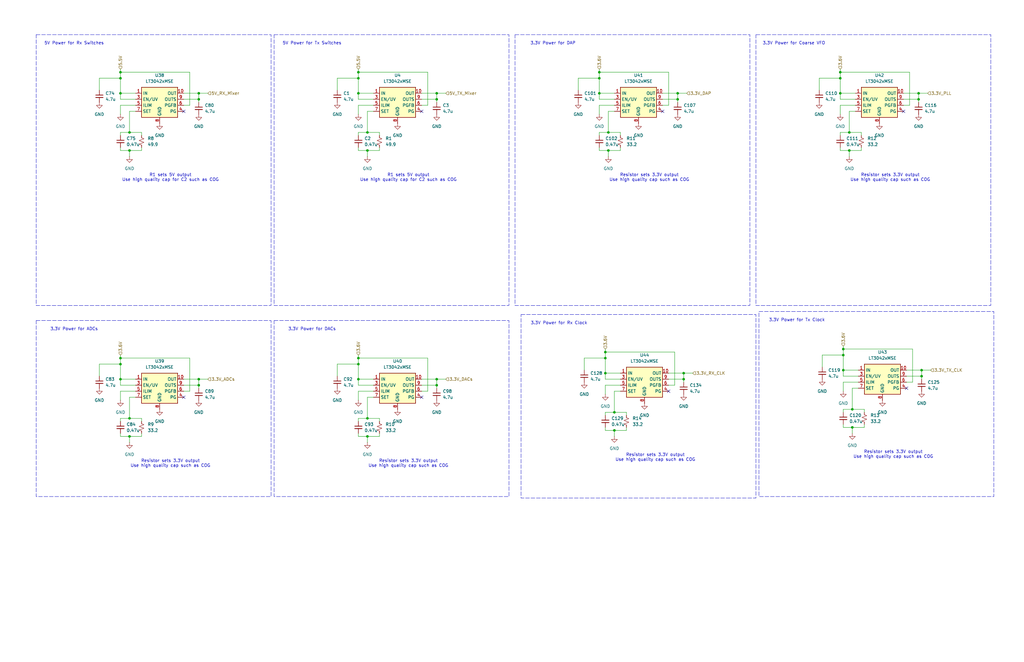
<source format=kicad_sch>
(kicad_sch (version 20250114) (generator "eeschema") (generator_version "9.0")
  (paper "B")
  (title_block (title "Power Management") (date "2026-01-02") (rev "0.0") (company "Andy McCann KA3KAG and Doug McCann KA3KAG"))
  (lib_symbols
    (symbol "Device:C_Small" (pin_numbers (hide yes)) (pin_names (offset 0.254) (hide yes))
      (property "Reference" "C" (at 0.254 1.778 0))
      (property "Value" "C_Small" (at 0.254 -2.032 0))
      (symbol "C_Small_0_1"
        (polyline (pts (xy -1.524 0.508) (xy 1.524 0.508)) (stroke (width 0.3048)))
        (polyline (pts (xy -1.524 -0.508) (xy 1.524 -0.508)) (stroke (width 0.3302)))
      )
      (symbol "C_Small_1_1"
        (pin passive line (at 0 2.54 270) (length 2.032) (name "~") (number "1"))
        (pin passive line (at 0 -2.54 90) (length 2.032) (name "~") (number "2"))
      )
    )
    (symbol "Device:R_Small_US" (pin_numbers (hide yes)) (pin_names (offset 0.254) (hide yes))
      (property "Reference" "R" (at 0.762 0.508 0))
      (property "Value" "R_Small_US" (at 0.762 -1.016 0))
      (symbol "R_Small_US_1_1"
        (polyline (pts (xy 0 1.524) (xy 1.016 1.143) (xy 0 0.762) (xy -1.016 0.381) (xy 0 0)))
        (polyline (pts (xy 0 0) (xy 1.016 -0.381) (xy 0 -0.762) (xy -1.016 -1.143) (xy 0 -1.524)))
        (pin passive line (at 0 2.54 270) (length 1.016) (name "~") (number "1"))
        (pin passive line (at 0 -2.54 90) (length 1.016) (name "~") (number "2"))
      )
    )
    (symbol "Regulator_Linear:LT3042xMSE"
      (property "Reference" "U" (at -6.35 6.35 0))
      (property "Value" "LT3042xMSE" (at 1.27 6.35 0))
      (symbol "LT3042xMSE_0_1"
        (rectangle (start -7.62 5.08) (end 7.62 -7.62) (stroke (width 0.254)) (fill (type background)))
      )
      (symbol "LT3042xMSE_1_1"
        (pin power_in line (at -10.16 2.54 0) (length 2.54) (name "IN") (number "1"))
        (pin passive line (at -10.16 2.54 0) (length 2.54) (hide yes) (name "IN") (number "2"))
        (pin input line (at -10.16 0 0) (length 2.54) (name "EN/UV") (number "3"))
        (pin passive line (at -10.16 -2.54 0) (length 2.54) (name "ILIM") (number "5"))
        (pin passive line (at -10.16 -5.08 0) (length 2.54) (name "SET") (number "7"))
        (pin passive line (at 0 -10.16 90) (length 2.54) (hide yes) (name "GND") (number "11"))
        (pin power_in line (at 0 -10.16 90) (length 2.54) (name "GND") (number "8"))
        (pin power_out line (at 10.16 2.54 180) (length 2.54) (name "OUT") (number "10"))
        (pin input line (at 10.16 0 180) (length 2.54) (name "OUTS") (number "9"))
        (pin input line (at 10.16 -2.54 180) (length 2.54) (name "PGFB") (number "6"))
        (pin open_collector line (at 10.16 -5.08 180) (length 2.54) (name "PG") (number "4"))
      )
    )
    (symbol "power:GND" (power) (pin_numbers (hide yes)) (pin_names (offset 0) (hide yes))
      (property "Value" "GND" (at 0 -3.81 0))
      (symbol "GND_0_1"
        (polyline (pts (xy 0 0) (xy 0 -1.27) (xy 1.27 -1.27) (xy 0 -2.54) (xy -1.27 -1.27) (xy 0 -1.27)))
      )
      (symbol "GND_1_1"
        (pin power_in line (at 0 0 270) (length 0) (name "~") (number "1"))
      )
    )
  )
  (rectangle (start 15.24 135.255) (end 114.3 209.55) (stroke (width 0) (type dash)))
  (rectangle (start 318.77 14.605) (end 417.83 128.905) (stroke (width 0) (type dash)))
  (rectangle (start 320.04 131.445) (end 419.1 209.55) (stroke (width 0) (type dash)))
  (rectangle (start 217.17 14.605) (end 316.23 128.905) (stroke (width 0) (type dash)))
  (rectangle (start 115.57 14.605) (end 214.63 128.905) (stroke (width 0) (type dash)))
  (rectangle (start 15.24 14.605) (end 114.3 128.905) (stroke (width 0) (type dash)))
  (rectangle (start 115.57 135.255) (end 214.63 209.55) (stroke (width 0) (type dash)))
  (rectangle (start 219.71 132.715) (end 318.77 210.185) (stroke (width 0) (type dash)))
  (text "3.3V Power for ADCs" (at 31.242 138.938 0) (effects (font (size 1.27 1.27))))
  (text "3.3V Power for DAP" (at 233.172 18.288 0) (effects (font (size 1.27 1.27))))
  (text "Resistor sets 3.3V output\nUse high quality cap such as COG" (at 375.412 74.93 0) (effects (font (size 1.27 1.27))))
  (text "5V Power for Tx Switches" (at 131.572 18.288 0) (effects (font (size 1.27 1.27))))
  (text "Resistor sets 3.3V output\nUse high quality cap such as COG" (at 276.352 193.04 0) (effects (font (size 1.27 1.27))))
  (text "R1 sets 5V output\nUse high quality cap for C2 such as COG" (at 172.212 74.93 0) (effects (font (size 1.27 1.27))))
  (text "Resistor sets 3.3V output\nUse high quality cap such as COG" (at 376.682 191.77 0) (effects (font (size 1.27 1.27))))
  (text "3.3V Power for Rx Clock" (at 235.712 136.398 0) (effects (font (size 1.27 1.27))))
  (text "3.3V Power for Tx Clock" (at 336.042 135.128 0) (effects (font (size 1.27 1.27))))
  (text "3.3V Power for Coarse VFO" (at 334.772 18.288 0) (effects (font (size 1.27 1.27))))
  (text "Resistor sets 3.3V output\nUse high quality cap such as COG" (at 273.812 74.93 0) (effects (font (size 1.27 1.27))))
  (text "5V Power for Rx Switches" (at 31.242 18.288 0) (effects (font (size 1.27 1.27))))
  (text "R1 sets 5V output\nUse high quality cap for C2 such as COG" (at 71.882 74.93 0) (effects (font (size 1.27 1.27))))
  (text "Resistor sets 3.3V output\nUse high quality cap such as COG" (at 172.212 195.58 0) (effects (font (size 1.27 1.27))))
  (text "Resistor sets 3.3V output\nUse high quality cap such as COG" (at 71.882 195.58 0) (effects (font (size 1.27 1.27))))
  (text "3.3V Power for DACs" (at 131.572 138.938 0) (effects (font (size 1.27 1.27))))
  (junction (at 387.35 39.37))
  (junction (at 151.13 30.48))
  (junction (at 54.61 63.5))
  (junction (at 255.27 157.48))
  (junction (at 50.8 160.02))
  (junction (at 259.08 181.61))
  (junction (at 388.62 156.21))
  (junction (at 354.33 39.37))
  (junction (at 83.82 162.56))
  (junction (at 359.41 172.72))
  (junction (at 50.8 153.67))
  (junction (at 355.6 149.86))
  (junction (at 184.15 160.02))
  (junction (at 355.6 156.21))
  (junction (at 83.82 41.91))
  (junction (at 354.33 30.48))
  (junction (at 255.27 151.13))
  (junction (at 184.15 41.91))
  (junction (at 154.94 184.15))
  (junction (at 83.82 160.02))
  (junction (at 288.29 157.48))
  (junction (at 151.13 33.02))
  (junction (at 184.15 39.37))
  (junction (at 252.73 33.02))
  (junction (at 83.82 39.37))
  (junction (at 184.15 162.56))
  (junction (at 388.62 158.75))
  (junction (at 355.6 147.32))
  (junction (at 288.29 160.02))
  (junction (at 50.8 33.02))
  (junction (at 285.75 39.37))
  (junction (at 154.94 63.5))
  (junction (at 358.14 63.5))
  (junction (at 50.8 151.13))
  (junction (at 255.27 148.59))
  (junction (at 259.08 173.99))
  (junction (at 54.61 184.15))
  (junction (at 354.33 33.02))
  (junction (at 154.94 55.88))
  (junction (at 252.73 30.48))
  (junction (at 54.61 55.88))
  (junction (at 154.94 176.53))
  (junction (at 358.14 55.88))
  (junction (at 50.8 30.48))
  (junction (at 151.13 151.13))
  (junction (at 151.13 160.02))
  (junction (at 285.75 41.91))
  (junction (at 151.13 153.67))
  (junction (at 151.13 39.37))
  (junction (at 256.54 55.88))
  (junction (at 50.8 39.37))
  (junction (at 54.61 176.53))
  (junction (at 359.41 180.34))
  (junction (at 256.54 63.5))
  (junction (at 252.73 39.37))
  (junction (at 387.35 41.91))
  (no_connect (at 382.27 163.83))
  (no_connect (at 177.8 167.64))
  (no_connect (at 77.47 46.99))
  (no_connect (at 279.4 46.99))
  (no_connect (at 381 46.99))
  (no_connect (at 177.8 46.99))
  (no_connect (at 281.94 165.1))
  (no_connect (at 77.47 167.64))
  (wire (pts (xy 57.15 44.45) (xy 50.8 44.45)))
  (wire (pts (xy 346.71 154.94) (xy 346.71 149.86)))
  (wire (pts (xy 252.73 41.91) (xy 252.73 39.37)))
  (wire (pts (xy 261.62 162.56) (xy 255.27 162.56)))
  (wire (pts (xy 54.61 63.5) (xy 54.61 66.04)))
  (wire (pts (xy 361.95 158.75) (xy 355.6 158.75)))
  (wire (pts (xy 157.48 41.91) (xy 151.13 41.91)))
  (wire (pts (xy 261.62 55.88) (xy 261.62 57.15)))
  (wire (pts (xy 261.62 62.23) (xy 261.62 63.5)))
  (wire (pts (xy 151.13 153.67) (xy 151.13 160.02)))
  (wire (pts (xy 151.13 177.8) (xy 151.13 176.53)))
  (wire (pts (xy 50.8 149.86) (xy 50.8 151.13)))
  (wire (pts (xy 151.13 57.15) (xy 151.13 55.88)))
  (wire (pts (xy 151.13 30.48) (xy 151.13 33.02)))
  (wire (pts (xy 255.27 148.59) (xy 284.48 148.59)))
  (wire (pts (xy 50.8 57.15) (xy 50.8 55.88)))
  (wire (pts (xy 142.24 158.75) (xy 142.24 153.67)))
  (wire (pts (xy 387.35 41.91) (xy 387.35 43.18)))
  (wire (pts (xy 388.62 156.21) (xy 392.43 156.21)))
  (wire (pts (xy 259.08 44.45) (xy 252.73 44.45)))
  (wire (pts (xy 151.13 151.13) (xy 180.34 151.13)))
  (wire (pts (xy 83.82 160.02) (xy 83.82 162.56)))
  (wire (pts (xy 83.82 39.37) (xy 83.82 41.91)))
  (wire (pts (xy 259.08 173.99) (xy 264.16 173.99)))
  (wire (pts (xy 288.29 157.48) (xy 292.1 157.48)))
  (wire (pts (xy 154.94 167.64) (xy 154.94 176.53)))
  (wire (pts (xy 361.95 161.29) (xy 355.6 161.29)))
  (wire (pts (xy 154.94 55.88) (xy 160.02 55.88)))
  (wire (pts (xy 151.13 176.53) (xy 154.94 176.53)))
  (wire (pts (xy 264.16 180.34) (xy 264.16 181.61)))
  (wire (pts (xy 184.15 162.56) (xy 184.15 163.83)))
  (wire (pts (xy 285.75 39.37) (xy 285.75 41.91)))
  (wire (pts (xy 252.73 55.88) (xy 256.54 55.88)))
  (wire (pts (xy 177.8 165.1) (xy 180.34 165.1)))
  (wire (pts (xy 360.68 39.37) (xy 354.33 39.37)))
  (wire (pts (xy 160.02 62.23) (xy 160.02 63.5)))
  (wire (pts (xy 154.94 184.15) (xy 154.94 186.69)))
  (wire (pts (xy 279.4 41.91) (xy 285.75 41.91)))
  (wire (pts (xy 361.95 156.21) (xy 355.6 156.21)))
  (wire (pts (xy 279.4 44.45) (xy 281.94 44.45)))
  (wire (pts (xy 177.8 160.02) (xy 184.15 160.02)))
  (wire (pts (xy 355.6 149.86) (xy 355.6 156.21)))
  (wire (pts (xy 360.68 41.91) (xy 354.33 41.91)))
  (wire (pts (xy 255.27 181.61) (xy 255.27 180.34)))
  (wire (pts (xy 281.94 157.48) (xy 288.29 157.48)))
  (wire (pts (xy 184.15 41.91) (xy 184.15 43.18)))
  (wire (pts (xy 57.15 165.1) (xy 50.8 165.1)))
  (wire (pts (xy 358.14 46.99) (xy 358.14 55.88)))
  (wire (pts (xy 261.62 157.48) (xy 255.27 157.48)))
  (wire (pts (xy 359.41 180.34) (xy 359.41 182.88)))
  (wire (pts (xy 252.73 44.45) (xy 252.73 48.26)))
  (wire (pts (xy 57.15 46.99) (xy 54.61 46.99)))
  (wire (pts (xy 259.08 181.61) (xy 259.08 184.15)))
  (wire (pts (xy 83.82 162.56) (xy 83.82 163.83)))
  (wire (pts (xy 383.54 44.45) (xy 383.54 30.48)))
  (wire (pts (xy 50.8 165.1) (xy 50.8 168.91)))
  (wire (pts (xy 154.94 176.53) (xy 160.02 176.53)))
  (wire (pts (xy 358.14 55.88) (xy 363.22 55.88)))
  (wire (pts (xy 184.15 39.37) (xy 187.96 39.37)))
  (wire (pts (xy 77.47 44.45) (xy 80.01 44.45)))
  (wire (pts (xy 388.62 156.21) (xy 388.62 158.75)))
  (wire (pts (xy 387.35 39.37) (xy 391.16 39.37)))
  (wire (pts (xy 50.8 33.02) (xy 50.8 39.37)))
  (wire (pts (xy 345.44 33.02) (xy 354.33 33.02)))
  (wire (pts (xy 57.15 162.56) (xy 50.8 162.56)))
  (wire (pts (xy 184.15 160.02) (xy 187.96 160.02)))
  (wire (pts (xy 259.08 181.61) (xy 255.27 181.61)))
  (wire (pts (xy 246.38 156.21) (xy 246.38 151.13)))
  (wire (pts (xy 387.35 39.37) (xy 387.35 41.91)))
  (wire (pts (xy 54.61 184.15) (xy 54.61 186.69)))
  (wire (pts (xy 54.61 63.5) (xy 50.8 63.5)))
  (wire (pts (xy 160.02 184.15) (xy 154.94 184.15)))
  (wire (pts (xy 288.29 157.48) (xy 288.29 160.02)))
  (wire (pts (xy 256.54 46.99) (xy 256.54 55.88)))
  (wire (pts (xy 50.8 153.67) (xy 50.8 160.02)))
  (wire (pts (xy 50.8 184.15) (xy 50.8 182.88)))
  (wire (pts (xy 50.8 63.5) (xy 50.8 62.23)))
  (wire (pts (xy 151.13 30.48) (xy 180.34 30.48)))
  (wire (pts (xy 59.69 176.53) (xy 59.69 177.8)))
  (wire (pts (xy 50.8 162.56) (xy 50.8 160.02)))
  (wire (pts (xy 252.73 29.21) (xy 252.73 30.48)))
  (wire (pts (xy 41.91 158.75) (xy 41.91 153.67)))
  (wire (pts (xy 157.48 44.45) (xy 151.13 44.45)))
  (wire (pts (xy 142.24 38.1) (xy 142.24 33.02)))
  (wire (pts (xy 246.38 151.13) (xy 255.27 151.13)))
  (wire (pts (xy 361.95 163.83) (xy 359.41 163.83)))
  (wire (pts (xy 50.8 30.48) (xy 80.01 30.48)))
  (wire (pts (xy 355.6 147.32) (xy 355.6 149.86)))
  (wire (pts (xy 151.13 184.15) (xy 151.13 182.88)))
  (wire (pts (xy 50.8 151.13) (xy 80.01 151.13)))
  (wire (pts (xy 59.69 182.88) (xy 59.69 184.15)))
  (wire (pts (xy 359.41 163.83) (xy 359.41 172.72)))
  (wire (pts (xy 184.15 160.02) (xy 184.15 162.56)))
  (wire (pts (xy 285.75 41.91) (xy 285.75 43.18)))
  (wire (pts (xy 354.33 29.21) (xy 354.33 30.48)))
  (wire (pts (xy 355.6 147.32) (xy 384.81 147.32)))
  (wire (pts (xy 279.4 39.37) (xy 285.75 39.37)))
  (wire (pts (xy 180.34 165.1) (xy 180.34 151.13)))
  (wire (pts (xy 83.82 39.37) (xy 87.63 39.37)))
  (wire (pts (xy 360.68 44.45) (xy 354.33 44.45)))
  (wire (pts (xy 281.94 162.56) (xy 284.48 162.56)))
  (wire (pts (xy 364.49 172.72) (xy 364.49 173.99)))
  (wire (pts (xy 358.14 63.5) (xy 358.14 66.04)))
  (wire (pts (xy 381 39.37) (xy 387.35 39.37)))
  (wire (pts (xy 259.08 39.37) (xy 252.73 39.37)))
  (wire (pts (xy 77.47 162.56) (xy 83.82 162.56)))
  (wire (pts (xy 50.8 176.53) (xy 54.61 176.53)))
  (wire (pts (xy 151.13 33.02) (xy 151.13 39.37)))
  (wire (pts (xy 354.33 63.5) (xy 354.33 62.23)))
  (wire (pts (xy 41.91 38.1) (xy 41.91 33.02)))
  (wire (pts (xy 41.91 33.02) (xy 50.8 33.02)))
  (wire (pts (xy 59.69 184.15) (xy 54.61 184.15)))
  (wire (pts (xy 154.94 184.15) (xy 151.13 184.15)))
  (wire (pts (xy 59.69 62.23) (xy 59.69 63.5)))
  (wire (pts (xy 157.48 167.64) (xy 154.94 167.64)))
  (wire (pts (xy 50.8 177.8) (xy 50.8 176.53)))
  (wire (pts (xy 177.8 41.91) (xy 184.15 41.91)))
  (wire (pts (xy 151.13 149.86) (xy 151.13 151.13)))
  (wire (pts (xy 157.48 162.56) (xy 151.13 162.56)))
  (wire (pts (xy 355.6 173.99) (xy 355.6 172.72)))
  (wire (pts (xy 354.33 55.88) (xy 358.14 55.88)))
  (wire (pts (xy 54.61 55.88) (xy 59.69 55.88)))
  (wire (pts (xy 77.47 39.37) (xy 83.82 39.37)))
  (wire (pts (xy 57.15 41.91) (xy 50.8 41.91)))
  (wire (pts (xy 151.13 162.56) (xy 151.13 160.02)))
  (wire (pts (xy 154.94 63.5) (xy 151.13 63.5)))
  (wire (pts (xy 151.13 63.5) (xy 151.13 62.23)))
  (wire (pts (xy 354.33 30.48) (xy 354.33 33.02)))
  (wire (pts (xy 54.61 184.15) (xy 50.8 184.15)))
  (wire (pts (xy 259.08 46.99) (xy 256.54 46.99)))
  (wire (pts (xy 142.24 33.02) (xy 151.13 33.02)))
  (wire (pts (xy 177.8 44.45) (xy 180.34 44.45)))
  (wire (pts (xy 57.15 39.37) (xy 50.8 39.37)))
  (wire (pts (xy 77.47 160.02) (xy 83.82 160.02)))
  (wire (pts (xy 255.27 173.99) (xy 259.08 173.99)))
  (wire (pts (xy 41.91 153.67) (xy 50.8 153.67)))
  (wire (pts (xy 252.73 63.5) (xy 252.73 62.23)))
  (wire (pts (xy 364.49 179.07) (xy 364.49 180.34)))
  (wire (pts (xy 157.48 39.37) (xy 151.13 39.37)))
  (wire (pts (xy 177.8 39.37) (xy 184.15 39.37)))
  (wire (pts (xy 355.6 180.34) (xy 355.6 179.07)))
  (wire (pts (xy 50.8 29.21) (xy 50.8 30.48)))
  (wire (pts (xy 255.27 151.13) (xy 255.27 157.48)))
  (wire (pts (xy 388.62 158.75) (xy 388.62 160.02)))
  (wire (pts (xy 255.27 147.32) (xy 255.27 148.59)))
  (wire (pts (xy 363.22 55.88) (xy 363.22 57.15)))
  (wire (pts (xy 160.02 55.88) (xy 160.02 57.15)))
  (wire (pts (xy 252.73 30.48) (xy 281.94 30.48)))
  (wire (pts (xy 384.81 161.29) (xy 384.81 147.32)))
  (wire (pts (xy 151.13 44.45) (xy 151.13 48.26)))
  (wire (pts (xy 54.61 46.99) (xy 54.61 55.88)))
  (wire (pts (xy 157.48 165.1) (xy 151.13 165.1)))
  (wire (pts (xy 151.13 29.21) (xy 151.13 30.48)))
  (wire (pts (xy 151.13 165.1) (xy 151.13 168.91)))
  (wire (pts (xy 288.29 160.02) (xy 288.29 161.29)))
  (wire (pts (xy 364.49 180.34) (xy 359.41 180.34)))
  (wire (pts (xy 57.15 160.02) (xy 50.8 160.02)))
  (wire (pts (xy 363.22 63.5) (xy 358.14 63.5)))
  (wire (pts (xy 180.34 44.45) (xy 180.34 30.48)))
  (wire (pts (xy 264.16 181.61) (xy 259.08 181.61)))
  (wire (pts (xy 256.54 55.88) (xy 261.62 55.88)))
  (wire (pts (xy 359.41 180.34) (xy 355.6 180.34)))
  (wire (pts (xy 284.48 162.56) (xy 284.48 148.59)))
  (wire (pts (xy 255.27 148.59) (xy 255.27 151.13)))
  (wire (pts (xy 355.6 161.29) (xy 355.6 165.1)))
  (wire (pts (xy 261.62 165.1) (xy 259.08 165.1)))
  (wire (pts (xy 252.73 33.02) (xy 252.73 39.37)))
  (wire (pts (xy 255.27 162.56) (xy 255.27 166.37)))
  (wire (pts (xy 83.82 41.91) (xy 83.82 43.18)))
  (wire (pts (xy 285.75 39.37) (xy 289.56 39.37)))
  (wire (pts (xy 360.68 46.99) (xy 358.14 46.99)))
  (wire (pts (xy 59.69 63.5) (xy 54.61 63.5)))
  (wire (pts (xy 358.14 63.5) (xy 354.33 63.5)))
  (wire (pts (xy 184.15 39.37) (xy 184.15 41.91)))
  (wire (pts (xy 255.27 160.02) (xy 255.27 157.48)))
  (wire (pts (xy 151.13 41.91) (xy 151.13 39.37)))
  (wire (pts (xy 354.33 33.02) (xy 354.33 39.37)))
  (wire (pts (xy 354.33 44.45) (xy 354.33 48.26)))
  (wire (pts (xy 354.33 41.91) (xy 354.33 39.37)))
  (wire (pts (xy 160.02 176.53) (xy 160.02 177.8)))
  (wire (pts (xy 261.62 63.5) (xy 256.54 63.5)))
  (wire (pts (xy 80.01 165.1) (xy 80.01 151.13)))
  (wire (pts (xy 177.8 162.56) (xy 184.15 162.56)))
  (wire (pts (xy 57.15 167.64) (xy 54.61 167.64)))
  (wire (pts (xy 160.02 63.5) (xy 154.94 63.5)))
  (wire (pts (xy 346.71 149.86) (xy 355.6 149.86)))
  (wire (pts (xy 243.84 38.1) (xy 243.84 33.02)))
  (wire (pts (xy 59.69 55.88) (xy 59.69 57.15)))
  (wire (pts (xy 363.22 62.23) (xy 363.22 63.5)))
  (wire (pts (xy 252.73 57.15) (xy 252.73 55.88)))
  (wire (pts (xy 256.54 63.5) (xy 252.73 63.5)))
  (wire (pts (xy 151.13 55.88) (xy 154.94 55.88)))
  (wire (pts (xy 381 44.45) (xy 383.54 44.45)))
  (wire (pts (xy 382.27 156.21) (xy 388.62 156.21)))
  (wire (pts (xy 50.8 44.45) (xy 50.8 48.26)))
  (wire (pts (xy 281.94 160.02) (xy 288.29 160.02)))
  (wire (pts (xy 359.41 172.72) (xy 364.49 172.72)))
  (wire (pts (xy 256.54 63.5) (xy 256.54 66.04)))
  (wire (pts (xy 264.16 173.99) (xy 264.16 175.26)))
  (wire (pts (xy 354.33 30.48) (xy 383.54 30.48)))
  (wire (pts (xy 80.01 44.45) (xy 80.01 30.48)))
  (wire (pts (xy 355.6 146.05) (xy 355.6 147.32)))
  (wire (pts (xy 50.8 30.48) (xy 50.8 33.02)))
  (wire (pts (xy 355.6 158.75) (xy 355.6 156.21)))
  (wire (pts (xy 259.08 41.91) (xy 252.73 41.91)))
  (wire (pts (xy 50.8 55.88) (xy 54.61 55.88)))
  (wire (pts (xy 345.44 38.1) (xy 345.44 33.02)))
  (wire (pts (xy 382.27 161.29) (xy 384.81 161.29)))
  (wire (pts (xy 261.62 160.02) (xy 255.27 160.02)))
  (wire (pts (xy 252.73 30.48) (xy 252.73 33.02)))
  (wire (pts (xy 77.47 165.1) (xy 80.01 165.1)))
  (wire (pts (xy 142.24 153.67) (xy 151.13 153.67)))
  (wire (pts (xy 160.02 182.88) (xy 160.02 184.15)))
  (wire (pts (xy 259.08 165.1) (xy 259.08 173.99)))
  (wire (pts (xy 154.94 46.99) (xy 154.94 55.88)))
  (wire (pts (xy 243.84 33.02) (xy 252.73 33.02)))
  (wire (pts (xy 157.48 46.99) (xy 154.94 46.99)))
  (wire (pts (xy 157.48 160.02) (xy 151.13 160.02)))
  (wire (pts (xy 50.8 151.13) (xy 50.8 153.67)))
  (wire (pts (xy 77.47 41.91) (xy 83.82 41.91)))
  (wire (pts (xy 54.61 176.53) (xy 59.69 176.53)))
  (wire (pts (xy 381 41.91) (xy 387.35 41.91)))
  (wire (pts (xy 355.6 172.72) (xy 359.41 172.72)))
  (wire (pts (xy 354.33 57.15) (xy 354.33 55.88)))
  (wire (pts (xy 382.27 158.75) (xy 388.62 158.75)))
  (wire (pts (xy 281.94 44.45) (xy 281.94 30.48)))
  (wire (pts (xy 54.61 167.64) (xy 54.61 176.53)))
  (wire (pts (xy 50.8 41.91) (xy 50.8 39.37)))
  (wire (pts (xy 255.27 175.26) (xy 255.27 173.99)))
  (wire (pts (xy 151.13 151.13) (xy 151.13 153.67)))
  (wire (pts (xy 154.94 63.5) (xy 154.94 66.04)))
  (wire (pts (xy 83.82 160.02) (xy 87.63 160.02)))
  (hierarchical_label "3.3V_RX_CLK" (shape input) (at 292.1 157.48 0))
  (hierarchical_label "3.6V" (shape input) (at 355.6 146.05 90))
  (hierarchical_label "5V_TX_Mixer" (shape input) (at 187.96 39.37 0))
  (hierarchical_label "3.6V" (shape input) (at 50.8 149.86 90))
  (hierarchical_label "3.3V_DACs" (shape input) (at 187.96 160.02 0))
  (hierarchical_label "3.3V_PLL" (shape input) (at 391.16 39.37 0))
  (hierarchical_label "3.3V_ADCs" (shape input) (at 87.63 160.02 0))
  (hierarchical_label "5V_RX_Mixer" (shape input) (at 87.63 39.37 0))
  (hierarchical_label "5.5V" (shape input) (at 50.8 29.21 90))
  (hierarchical_label "3.6V" (shape input) (at 255.27 147.32 90))
  (hierarchical_label "3.6V" (shape input) (at 252.73 29.21 90))
  (hierarchical_label "3.3V_DAP" (shape input) (at 289.56 39.37 0))
  (hierarchical_label "3.6V" (shape input) (at 354.33 29.21 90))
  (hierarchical_label "5.5V" (shape input) (at 151.13 29.21 90))
  (hierarchical_label "3.3V_TX_CLK" (shape input) (at 392.43 156.21 0))
  (hierarchical_label "3.6V" (shape input) (at 151.13 149.86 90))
  (symbol (lib_id "power:GND") (at 83.82 168.91 0) (unit 1)
    (property "Reference" "#PWR062" (effects (hide yes)))
    (property "Value" "GND" (at 83.82 173.99 0))
    (property "Description" "Power symbol creates a global label with name \"GND\" , ground" (effects (hide yes)))
  )
  (symbol (lib_id "Regulator_Linear:LT3042xMSE") (at 271.78 160.02 0) (unit 1)
    (property "Reference" "U44" (at 271.78 149.86 0))
    (property "Value" "LT3042xMSE" (at 271.78 152.4 0))
    (property "Footprint" "Package_SO:MSOP-10-1EP_3x3mm_P0.5mm_EP1.68x1.88mm" (effects (hide yes)))
    (property "Datasheet" "https://www.analog.com/media/en/technical-documentation/data-sheets/3042fb.pdf" (effects (hide yes)))
    (property "Description" "200mA, Adjustable, Ultralow Noise, Ultrahigh PSRR RF Linear Regulator, MSOP-10" (effects (hide yes)))
  )
  (symbol (lib_id "Regulator_Linear:LT3042xMSE") (at 370.84 41.91 0) (unit 1)
    (property "Reference" "U42" (at 370.84 31.75 0))
    (property "Value" "LT3042xMSE" (at 370.84 34.29 0))
    (property "Footprint" "Package_SO:MSOP-10-1EP_3x3mm_P0.5mm_EP1.68x1.88mm" (effects (hide yes)))
    (property "Datasheet" "https://www.analog.com/media/en/technical-documentation/data-sheets/3042fb.pdf" (effects (hide yes)))
    (property "Description" "200mA, Adjustable, Ultralow Noise, Ultrahigh PSRR RF Linear Regulator, MSOP-10" (effects (hide yes)))
  )
  (symbol (lib_id "Device:C_Small") (at 83.82 166.37 0) (unit 1)
    (property "Reference" "C89" (at 86.36 165.1062 0) (effects (justify left)))
    (property "Value" "4.7u" (at 86.36 167.6462 0) (effects (justify left)))
    (property "Footprint" "Capacitor_SMD:C_0603_1608Metric_Pad1.08x0.95mm_HandSolder" (effects (hide yes)))
    (property "Description" "Unpolarized capacitor, small symbol" (effects (hide yes)))
  )
  (symbol (lib_id "power:GND") (at 345.44 43.18 0) (unit 1)
    (property "Reference" "#PWR0109" (effects (hide yes)))
    (property "Value" "GND" (at 345.44 48.26 0))
    (property "Description" "Power symbol creates a global label with name \"GND\" , ground" (effects (hide yes)))
  )
  (symbol (lib_id "Device:C_Small") (at 285.75 45.72 0) (unit 1)
    (property "Reference" "C107" (at 288.29 44.4562 0) (effects (justify left)))
    (property "Value" "4.7u" (at 288.29 46.9962 0) (effects (justify left)))
    (property "Footprint" "Capacitor_SMD:C_0603_1608Metric_Pad1.08x0.95mm_HandSolder" (effects (hide yes)))
    (property "Description" "Unpolarized capacitor, small symbol" (effects (hide yes)))
  )
  (symbol (lib_id "Device:R_Small_US") (at 264.16 177.8 0) (unit 1)
    (property "Reference" "R14" (at 266.7 176.5299 0) (effects (justify left)))
    (property "Value" "33.2" (at 266.7 179.0699 0) (effects (justify left)))
    (property "Footprint" "Resistor_SMD:R_0603_1608Metric_Pad0.98x0.95mm_HandSolder" (effects (hide yes)))
    (property "Description" "Resistor, small US symbol" (effects (hide yes)))
  )
  (symbol (lib_id "power:GND") (at 151.13 48.26 0) (unit 1)
    (property "Reference" "#PWR04" (effects (hide yes)))
    (property "Value" "GND" (at 151.13 53.34 0))
    (property "Description" "Power symbol creates a global label with name \"GND\" , ground" (effects (hide yes)))
  )
  (symbol (lib_id "Device:C_Small") (at 184.15 166.37 0) (unit 1)
    (property "Reference" "C98" (at 186.69 165.1062 0) (effects (justify left)))
    (property "Value" "4.7u" (at 186.69 167.6462 0) (effects (justify left)))
    (property "Footprint" "Capacitor_SMD:C_0603_1608Metric_Pad1.08x0.95mm_HandSolder" (effects (hide yes)))
    (property "Description" "Unpolarized capacitor, small symbol" (effects (hide yes)))
  )
  (symbol (lib_id "power:GND") (at 50.8 48.26 0) (unit 1)
    (property "Reference" "#PWR051" (effects (hide yes)))
    (property "Value" "GND" (at 50.8 53.34 0))
    (property "Description" "Power symbol creates a global label with name \"GND\" , ground" (effects (hide yes)))
  )
  (symbol (lib_id "power:GND") (at 252.73 48.26 0) (unit 1)
    (property "Reference" "#PWR072" (effects (hide yes)))
    (property "Value" "GND" (at 252.73 53.34 0))
    (property "Description" "Power symbol creates a global label with name \"GND\" , ground" (effects (hide yes)))
  )
  (symbol (lib_id "Device:C_Small") (at 246.38 158.75 0) (unit 1)
    (property "Reference" "C128" (at 248.92 157.4862 0) (effects (justify left)))
    (property "Value" "4.7u" (at 248.92 160.0262 0) (effects (justify left)))
    (property "Footprint" "Capacitor_SMD:C_0603_1608Metric_Pad1.08x0.95mm_HandSolder" (effects (hide yes)))
    (property "Description" "Unpolarized capacitor, small symbol" (effects (hide yes)))
  )
  (symbol (lib_id "power:GND") (at 41.91 43.18 0) (unit 1)
    (property "Reference" "#PWR042" (effects (hide yes)))
    (property "Value" "GND" (at 41.91 48.26 0))
    (property "Description" "Power symbol creates a global label with name \"GND\" , ground" (effects (hide yes)))
  )
  (symbol (lib_id "Device:C_Small") (at 388.62 162.56 0) (unit 1)
    (property "Reference" "C125" (at 391.16 161.2962 0) (effects (justify left)))
    (property "Value" "4.7u" (at 391.16 163.8362 0) (effects (justify left)))
    (property "Footprint" "Capacitor_SMD:C_0603_1608Metric_Pad1.08x0.95mm_HandSolder" (effects (hide yes)))
    (property "Description" "Unpolarized capacitor, small symbol" (effects (hide yes)))
  )
  (symbol (lib_id "Device:C_Small") (at 151.13 180.34 0) (unit 1)
    (property "Reference" "C93" (at 153.67 179.0762 0) (effects (justify left)))
    (property "Value" "0.47u" (at 153.67 181.6162 0) (effects (justify left)))
    (property "Footprint" "Capacitor_SMD:C_0603_1608Metric_Pad1.08x0.95mm_HandSolder" (effects (hide yes)))
    (property "Description" "Unpolarized capacitor, small symbol" (effects (hide yes)))
  )
  (symbol (lib_id "Regulator_Linear:LT3042xMSE") (at 67.31 162.56 0) (unit 1)
    (property "Reference" "U39" (at 67.31 152.4 0))
    (property "Value" "LT3042xMSE" (at 67.31 154.94 0))
    (property "Footprint" "Package_SO:MSOP-10-1EP_3x3mm_P0.5mm_EP1.68x1.88mm" (effects (hide yes)))
    (property "Datasheet" "https://www.analog.com/media/en/technical-documentation/data-sheets/3042fb.pdf" (effects (hide yes)))
    (property "Description" "200mA, Adjustable, Ultralow Noise, Ultrahigh PSRR RF Linear Regulator, MSOP-10" (effects (hide yes)))
  )
  (symbol (lib_id "power:GND") (at 355.6 165.1 0) (unit 1)
    (property "Reference" "#PWR0118" (effects (hide yes)))
    (property "Value" "GND" (at 355.6 170.18 0))
    (property "Description" "Power symbol creates a global label with name \"GND\" , ground" (effects (hide yes)))
  )
  (symbol (lib_id "power:GND") (at 41.91 163.83 0) (unit 1)
    (property "Reference" "#PWR056" (effects (hide yes)))
    (property "Value" "GND" (at 41.91 168.91 0))
    (property "Description" "Power symbol creates a global label with name \"GND\" , ground" (effects (hide yes)))
  )
  (symbol (lib_id "Device:C_Small") (at 243.84 40.64 0) (unit 1)
    (property "Reference" "C101" (at 246.38 39.3762 0) (effects (justify left)))
    (property "Value" "4.7u" (at 246.38 41.9162 0) (effects (justify left)))
    (property "Footprint" "Capacitor_SMD:C_0603_1608Metric_Pad1.08x0.95mm_HandSolder" (effects (hide yes)))
    (property "Description" "Unpolarized capacitor, small symbol" (effects (hide yes)))
  )
  (symbol (lib_id "Device:R_Small_US") (at 59.69 180.34 0) (unit 1)
    (property "Reference" "R9" (at 62.23 179.0699 0) (effects (justify left)))
    (property "Value" "33.2" (at 62.23 181.6099 0) (effects (justify left)))
    (property "Footprint" "Resistor_SMD:R_0603_1608Metric_Pad0.98x0.95mm_HandSolder" (effects (hide yes)))
    (property "Description" "Resistor, small US symbol" (effects (hide yes)))
  )
  (symbol (lib_id "Device:C_Small") (at 354.33 59.69 0) (unit 1)
    (property "Reference" "C111" (at 356.87 58.4262 0) (effects (justify left)))
    (property "Value" "0.47u" (at 356.87 60.9662 0) (effects (justify left)))
    (property "Footprint" "Capacitor_SMD:C_0603_1608Metric_Pad1.08x0.95mm_HandSolder" (effects (hide yes)))
    (property "Description" "Unpolarized capacitor, small symbol" (effects (hide yes)))
  )
  (symbol (lib_id "power:GND") (at 269.24 52.07 0) (unit 1)
    (property "Reference" "#PWR078" (effects (hide yes)))
    (property "Value" "GND" (at 269.24 57.15 0))
    (property "Description" "Power symbol creates a global label with name \"GND\" , ground" (effects (hide yes)))
  )
  (symbol (lib_id "Device:R_Small_US") (at 364.49 176.53 0) (unit 1)
    (property "Reference" "R13" (at 367.03 175.2599 0) (effects (justify left)))
    (property "Value" "33.2" (at 367.03 177.7999 0) (effects (justify left)))
    (property "Footprint" "Resistor_SMD:R_0603_1608Metric_Pad0.98x0.95mm_HandSolder" (effects (hide yes)))
    (property "Description" "Resistor, small US symbol" (effects (hide yes)))
  )
  (symbol (lib_id "power:GND") (at 243.84 43.18 0) (unit 1)
    (property "Reference" "#PWR070" (effects (hide yes)))
    (property "Value" "GND" (at 243.84 48.26 0))
    (property "Description" "Power symbol creates a global label with name \"GND\" , ground" (effects (hide yes)))
  )
  (symbol (lib_id "Device:C_Small") (at 50.8 59.69 0) (unit 1)
    (property "Reference" "C75" (at 53.34 58.4262 0) (effects (justify left)))
    (property "Value" "0.47u" (at 53.34 60.9662 0) (effects (justify left)))
    (property "Footprint" "Capacitor_SMD:C_0603_1608Metric_Pad1.08x0.95mm_HandSolder" (effects (hide yes)))
    (property "Description" "Unpolarized capacitor, small symbol" (effects (hide yes)))
  )
  (symbol (lib_id "power:GND") (at 154.94 66.04 0) (unit 1)
    (property "Reference" "#PWR05" (effects (hide yes)))
    (property "Value" "GND" (at 154.94 71.12 0))
    (property "Description" "Power symbol creates a global label with name \"GND\" , ground" (effects (hide yes)))
  )
  (symbol (lib_id "Regulator_Linear:LT3042xMSE") (at 372.11 158.75 0) (unit 1)
    (property "Reference" "U43" (at 372.11 148.59 0))
    (property "Value" "LT3042xMSE" (at 372.11 151.13 0))
    (property "Footprint" "Package_SO:MSOP-10-1EP_3x3mm_P0.5mm_EP1.68x1.88mm" (effects (hide yes)))
    (property "Datasheet" "https://www.analog.com/media/en/technical-documentation/data-sheets/3042fb.pdf" (effects (hide yes)))
    (property "Description" "200mA, Adjustable, Ultralow Noise, Ultrahigh PSRR RF Linear Regulator, MSOP-10" (effects (hide yes)))
  )
  (symbol (lib_id "Device:C_Small") (at 83.82 45.72 0) (unit 1)
    (property "Reference" "C80" (at 86.36 44.4562 0) (effects (justify left)))
    (property "Value" "4.7u" (at 86.36 46.9962 0) (effects (justify left)))
    (property "Footprint" "Capacitor_SMD:C_0603_1608Metric_Pad1.08x0.95mm_HandSolder" (effects (hide yes)))
    (property "Description" "Unpolarized capacitor, small symbol" (effects (hide yes)))
  )
  (symbol (lib_id "Device:R_Small_US") (at 261.62 59.69 0) (unit 1)
    (property "Reference" "R11" (at 264.16 58.4199 0) (effects (justify left)))
    (property "Value" "33.2" (at 264.16 60.9599 0) (effects (justify left)))
    (property "Footprint" "Resistor_SMD:R_0603_1608Metric_Pad0.98x0.95mm_HandSolder" (effects (hide yes)))
    (property "Description" "Resistor, small US symbol" (effects (hide yes)))
  )
  (symbol (lib_id "power:GND") (at 359.41 182.88 0) (unit 1)
    (property "Reference" "#PWR0119" (effects (hide yes)))
    (property "Value" "GND" (at 359.41 187.96 0))
    (property "Description" "Power symbol creates a global label with name \"GND\" , ground" (effects (hide yes)))
  )
  (symbol (lib_id "power:GND") (at 167.64 172.72 0) (unit 1)
    (property "Reference" "#PWR068" (effects (hide yes)))
    (property "Value" "GND" (at 167.64 177.8 0))
    (property "Description" "Power symbol creates a global label with name \"GND\" , ground" (effects (hide yes)))
  )
  (symbol (lib_id "power:GND") (at 288.29 166.37 0) (unit 1)
    (property "Reference" "#PWR0129" (effects (hide yes)))
    (property "Value" "GND" (at 288.29 171.45 0))
    (property "Description" "Power symbol creates a global label with name \"GND\" , ground" (effects (hide yes)))
  )
  (symbol (lib_id "power:GND") (at 50.8 168.91 0) (unit 1)
    (property "Reference" "#PWR058" (effects (hide yes)))
    (property "Value" "GND" (at 50.8 173.99 0))
    (property "Description" "Power symbol creates a global label with name \"GND\" , ground" (effects (hide yes)))
  )
  (symbol (lib_id "Device:C_Small") (at 151.13 59.69 0) (unit 1)
    (property "Reference" "C2" (at 153.67 58.4262 0) (effects (justify left)))
    (property "Value" "0.47u" (at 153.67 60.9662 0) (effects (justify left)))
    (property "Footprint" "Capacitor_SMD:C_0603_1608Metric_Pad1.08x0.95mm_HandSolder" (effects (hide yes)))
    (property "Description" "Unpolarized capacitor, small symbol" (effects (hide yes)))
  )
  (symbol (lib_id "Device:C_Small") (at 288.29 163.83 0) (unit 1)
    (property "Reference" "C134" (at 290.83 162.5662 0) (effects (justify left)))
    (property "Value" "4.7u" (at 290.83 165.1062 0) (effects (justify left)))
    (property "Footprint" "Capacitor_SMD:C_0603_1608Metric_Pad1.08x0.95mm_HandSolder" (effects (hide yes)))
    (property "Description" "Unpolarized capacitor, small symbol" (effects (hide yes)))
  )
  (symbol (lib_id "Device:C_Small") (at 255.27 177.8 0) (unit 1)
    (property "Reference" "C129" (at 257.81 176.5362 0) (effects (justify left)))
    (property "Value" "0.47u" (at 257.81 179.0762 0) (effects (justify left)))
    (property "Footprint" "Capacitor_SMD:C_0603_1608Metric_Pad1.08x0.95mm_HandSolder" (effects (hide yes)))
    (property "Description" "Unpolarized capacitor, small symbol" (effects (hide yes)))
  )
  (symbol (lib_id "Device:C_Small") (at 345.44 40.64 0) (unit 1)
    (property "Reference" "C110" (at 347.98 39.3762 0) (effects (justify left)))
    (property "Value" "4.7u" (at 347.98 41.9162 0) (effects (justify left)))
    (property "Footprint" "Capacitor_SMD:C_0603_1608Metric_Pad1.08x0.95mm_HandSolder" (effects (hide yes)))
    (property "Description" "Unpolarized capacitor, small symbol" (effects (hide yes)))
  )
  (symbol (lib_id "power:GND") (at 67.31 172.72 0) (unit 1)
    (property "Reference" "#PWR061" (effects (hide yes)))
    (property "Value" "GND" (at 67.31 177.8 0))
    (property "Description" "Power symbol creates a global label with name \"GND\" , ground" (effects (hide yes)))
  )
  (symbol (lib_id "power:GND") (at 142.24 163.83 0) (unit 1)
    (property "Reference" "#PWR063" (effects (hide yes)))
    (property "Value" "GND" (at 142.24 168.91 0))
    (property "Description" "Power symbol creates a global label with name \"GND\" , ground" (effects (hide yes)))
  )
  (symbol (lib_id "Device:C_Small") (at 142.24 161.29 0) (unit 1)
    (property "Reference" "C92" (at 144.78 160.0262 0) (effects (justify left)))
    (property "Value" "4.7u" (at 144.78 162.5662 0) (effects (justify left)))
    (property "Footprint" "Capacitor_SMD:C_0603_1608Metric_Pad1.08x0.95mm_HandSolder" (effects (hide yes)))
    (property "Description" "Unpolarized capacitor, small symbol" (effects (hide yes)))
  )
  (symbol (lib_id "power:GND") (at 142.24 43.18 0) (unit 1)
    (property "Reference" "#PWR07" (effects (hide yes)))
    (property "Value" "GND" (at 142.24 48.26 0))
    (property "Description" "Power symbol creates a global label with name \"GND\" , ground" (effects (hide yes)))
  )
  (symbol (lib_id "power:GND") (at 372.11 168.91 0) (unit 1)
    (property "Reference" "#PWR0121" (effects (hide yes)))
    (property "Value" "GND" (at 372.11 173.99 0))
    (property "Description" "Power symbol creates a global label with name \"GND\" , ground" (effects (hide yes)))
  )
  (symbol (lib_id "power:GND") (at 83.82 48.26 0) (unit 1)
    (property "Reference" "#PWR055" (effects (hide yes)))
    (property "Value" "GND" (at 83.82 53.34 0))
    (property "Description" "Power symbol creates a global label with name \"GND\" , ground" (effects (hide yes)))
  )
  (symbol (lib_id "Regulator_Linear:LT3042xMSE") (at 167.64 41.91 0) (unit 1)
    (property "Reference" "U4" (at 167.64 31.75 0))
    (property "Value" "LT3042xMSE" (at 167.64 34.29 0))
    (property "Footprint" "Package_SO:MSOP-10-1EP_3x3mm_P0.5mm_EP1.68x1.88mm" (effects (hide yes)))
    (property "Datasheet" "https://www.analog.com/media/en/technical-documentation/data-sheets/3042fb.pdf" (effects (hide yes)))
    (property "Description" "200mA, Adjustable, Ultralow Noise, Ultrahigh PSRR RF Linear Regulator, MSOP-10" (effects (hide yes)))
  )
  (symbol (lib_id "power:GND") (at 54.61 186.69 0) (unit 1)
    (property "Reference" "#PWR059" (effects (hide yes)))
    (property "Value" "GND" (at 54.61 191.77 0))
    (property "Description" "Power symbol creates a global label with name \"GND\" , ground" (effects (hide yes)))
  )
  (symbol (lib_id "Device:R_Small_US") (at 59.69 59.69 0) (unit 1)
    (property "Reference" "R8" (at 62.23 58.4199 0) (effects (justify left)))
    (property "Value" "49.9" (at 62.23 60.9599 0) (effects (justify left)))
    (property "Footprint" "Resistor_SMD:R_0603_1608Metric_Pad0.98x0.95mm_HandSolder" (effects (hide yes)))
    (property "Description" "Resistor, small US symbol" (effects (hide yes)))
  )
  (symbol (lib_id "power:GND") (at 54.61 66.04 0) (unit 1)
    (property "Reference" "#PWR052" (effects (hide yes)))
    (property "Value" "GND" (at 54.61 71.12 0))
    (property "Description" "Power symbol creates a global label with name \"GND\" , ground" (effects (hide yes)))
  )
  (symbol (lib_id "power:GND") (at 256.54 66.04 0) (unit 1)
    (property "Reference" "#PWR073" (effects (hide yes)))
    (property "Value" "GND" (at 256.54 71.12 0))
    (property "Description" "Power symbol creates a global label with name \"GND\" , ground" (effects (hide yes)))
  )
  (symbol (lib_id "power:GND") (at 184.15 48.26 0) (unit 1)
    (property "Reference" "#PWR06" (effects (hide yes)))
    (property "Value" "GND" (at 184.15 53.34 0))
    (property "Description" "Power symbol creates a global label with name \"GND\" , ground" (effects (hide yes)))
  )
  (symbol (lib_id "Device:C_Small") (at 41.91 161.29 0) (unit 1)
    (property "Reference" "C83" (at 44.45 160.0262 0) (effects (justify left)))
    (property "Value" "4.7u" (at 44.45 162.5662 0) (effects (justify left)))
    (property "Footprint" "Capacitor_SMD:C_0603_1608Metric_Pad1.08x0.95mm_HandSolder" (effects (hide yes)))
    (property "Description" "Unpolarized capacitor, small symbol" (effects (hide yes)))
  )
  (symbol (lib_id "Device:C_Small") (at 142.24 40.64 0) (unit 1)
    (property "Reference" "C1" (at 144.78 39.3762 0) (effects (justify left)))
    (property "Value" "4.7u" (at 144.78 41.9162 0) (effects (justify left)))
    (property "Footprint" "Capacitor_SMD:C_0603_1608Metric_Pad1.08x0.95mm_HandSolder" (effects (hide yes)))
    (property "Description" "Unpolarized capacitor, small symbol" (effects (hide yes)))
  )
  (symbol (lib_id "Device:R_Small_US") (at 160.02 59.69 0) (unit 1)
    (property "Reference" "R1" (at 162.56 58.4199 0) (effects (justify left)))
    (property "Value" "49.9" (at 162.56 60.9599 0) (effects (justify left)))
    (property "Footprint" "Resistor_SMD:R_0603_1608Metric_Pad0.98x0.95mm_HandSolder" (effects (hide yes)))
    (property "Description" "Resistor, small US symbol" (effects (hide yes)))
  )
  (symbol (lib_id "power:GND") (at 388.62 165.1 0) (unit 1)
    (property "Reference" "#PWR0122" (effects (hide yes)))
    (property "Value" "GND" (at 388.62 170.18 0))
    (property "Description" "Power symbol creates a global label with name \"GND\" , ground" (effects (hide yes)))
  )
  (symbol (lib_id "Device:R_Small_US") (at 363.22 59.69 0) (unit 1)
    (property "Reference" "R12" (at 365.76 58.4199 0) (effects (justify left)))
    (property "Value" "33.2" (at 365.76 60.9599 0) (effects (justify left)))
    (property "Footprint" "Resistor_SMD:R_0603_1608Metric_Pad0.98x0.95mm_HandSolder" (effects (hide yes)))
    (property "Description" "Resistor, small US symbol" (effects (hide yes)))
  )
  (symbol (lib_id "power:GND") (at 67.31 52.07 0) (unit 1)
    (property "Reference" "#PWR054" (effects (hide yes)))
    (property "Value" "GND" (at 67.31 57.15 0))
    (property "Description" "Power symbol creates a global label with name \"GND\" , ground" (effects (hide yes)))
  )
  (symbol (lib_id "Regulator_Linear:LT3042xMSE") (at 167.64 162.56 0) (unit 1)
    (property "Reference" "U40" (at 167.64 152.4 0))
    (property "Value" "LT3042xMSE" (at 167.64 154.94 0))
    (property "Footprint" "Package_SO:MSOP-10-1EP_3x3mm_P0.5mm_EP1.68x1.88mm" (effects (hide yes)))
    (property "Datasheet" "https://www.analog.com/media/en/technical-documentation/data-sheets/3042fb.pdf" (effects (hide yes)))
    (property "Description" "200mA, Adjustable, Ultralow Noise, Ultrahigh PSRR RF Linear Regulator, MSOP-10" (effects (hide yes)))
  )
  (symbol (lib_id "power:GND") (at 246.38 161.29 0) (unit 1)
    (property "Reference" "#PWR0123" (effects (hide yes)))
    (property "Value" "GND" (at 246.38 166.37 0))
    (property "Description" "Power symbol creates a global label with name \"GND\" , ground" (effects (hide yes)))
  )
  (symbol (lib_id "power:GND") (at 255.27 166.37 0) (unit 1)
    (property "Reference" "#PWR0125" (effects (hide yes)))
    (property "Value" "GND" (at 255.27 171.45 0))
    (property "Description" "Power symbol creates a global label with name \"GND\" , ground" (effects (hide yes)))
  )
  (symbol (lib_id "Device:C_Small") (at 387.35 45.72 0) (unit 1)
    (property "Reference" "C116" (at 389.89 44.4562 0) (effects (justify left)))
    (property "Value" "4.7u" (at 389.89 46.9962 0) (effects (justify left)))
    (property "Footprint" "Capacitor_SMD:C_0603_1608Metric_Pad1.08x0.95mm_HandSolder" (effects (hide yes)))
    (property "Description" "Unpolarized capacitor, small symbol" (effects (hide yes)))
  )
  (symbol (lib_id "power:GND") (at 346.71 160.02 0) (unit 1)
    (property "Reference" "#PWR0116" (effects (hide yes)))
    (property "Value" "GND" (at 346.71 165.1 0))
    (property "Description" "Power symbol creates a global label with name \"GND\" , ground" (effects (hide yes)))
  )
  (symbol (lib_id "power:GND") (at 151.13 168.91 0) (unit 1)
    (property "Reference" "#PWR065" (effects (hide yes)))
    (property "Value" "GND" (at 151.13 173.99 0))
    (property "Description" "Power symbol creates a global label with name \"GND\" , ground" (effects (hide yes)))
  )
  (symbol (lib_id "power:GND") (at 358.14 66.04 0) (unit 1)
    (property "Reference" "#PWR0112" (effects (hide yes)))
    (property "Value" "GND" (at 358.14 71.12 0))
    (property "Description" "Power symbol creates a global label with name \"GND\" , ground" (effects (hide yes)))
  )
  (symbol (lib_id "Regulator_Linear:LT3042xMSE") (at 269.24 41.91 0) (unit 1)
    (property "Reference" "U41" (at 269.24 31.75 0))
    (property "Value" "LT3042xMSE" (at 269.24 34.29 0))
    (property "Footprint" "Package_SO:MSOP-10-1EP_3x3mm_P0.5mm_EP1.68x1.88mm" (effects (hide yes)))
    (property "Datasheet" "https://www.analog.com/media/en/technical-documentation/data-sheets/3042fb.pdf" (effects (hide yes)))
    (property "Description" "200mA, Adjustable, Ultralow Noise, Ultrahigh PSRR RF Linear Regulator, MSOP-10" (effects (hide yes)))
  )
  (symbol (lib_id "Device:C_Small") (at 50.8 180.34 0) (unit 1)
    (property "Reference" "C84" (at 53.34 179.0762 0) (effects (justify left)))
    (property "Value" "0.47u" (at 53.34 181.6162 0) (effects (justify left)))
    (property "Footprint" "Capacitor_SMD:C_0603_1608Metric_Pad1.08x0.95mm_HandSolder" (effects (hide yes)))
    (property "Description" "Unpolarized capacitor, small symbol" (effects (hide yes)))
  )
  (symbol (lib_id "power:GND") (at 285.75 48.26 0) (unit 1)
    (property "Reference" "#PWR080" (effects (hide yes)))
    (property "Value" "GND" (at 285.75 53.34 0))
    (property "Description" "Power symbol creates a global label with name \"GND\" , ground" (effects (hide yes)))
  )
  (symbol (lib_id "power:GND") (at 271.78 170.18 0) (unit 1)
    (property "Reference" "#PWR0128" (effects (hide yes)))
    (property "Value" "GND" (at 271.78 175.26 0))
    (property "Description" "Power symbol creates a global label with name \"GND\" , ground" (effects (hide yes)))
  )
  (symbol (lib_id "power:GND") (at 354.33 48.26 0) (unit 1)
    (property "Reference" "#PWR0111" (effects (hide yes)))
    (property "Value" "GND" (at 354.33 53.34 0))
    (property "Description" "Power symbol creates a global label with name \"GND\" , ground" (effects (hide yes)))
  )
  (symbol (lib_id "power:GND") (at 259.08 184.15 0) (unit 1)
    (property "Reference" "#PWR0126" (effects (hide yes)))
    (property "Value" "GND" (at 259.08 189.23 0))
    (property "Description" "Power symbol creates a global label with name \"GND\" , ground" (effects (hide yes)))
  )
  (symbol (lib_id "power:GND") (at 167.64 52.07 0) (unit 1)
    (property "Reference" "#PWR02" (effects (hide yes)))
    (property "Value" "GND" (at 167.64 57.15 0))
    (property "Description" "Power symbol creates a global label with name \"GND\" , ground" (effects (hide yes)))
  )
  (symbol (lib_id "Regulator_Linear:LT3042xMSE") (at 67.31 41.91 0) (unit 1)
    (property "Reference" "U38" (at 67.31 31.75 0))
    (property "Value" "LT3042xMSE" (at 67.31 34.29 0))
    (property "Footprint" "Package_SO:MSOP-10-1EP_3x3mm_P0.5mm_EP1.68x1.88mm" (effects (hide yes)))
    (property "Datasheet" "https://www.analog.com/media/en/technical-documentation/data-sheets/3042fb.pdf" (effects (hide yes)))
    (property "Description" "200mA, Adjustable, Ultralow Noise, Ultrahigh PSRR RF Linear Regulator, MSOP-10" (effects (hide yes)))
  )
  (symbol (lib_id "Device:C_Small") (at 41.91 40.64 0) (unit 1)
    (property "Reference" "C74" (at 44.45 39.3762 0) (effects (justify left)))
    (property "Value" "4.7u" (at 44.45 41.9162 0) (effects (justify left)))
    (property "Footprint" "Capacitor_SMD:C_0603_1608Metric_Pad1.08x0.95mm_HandSolder" (effects (hide yes)))
    (property "Description" "Unpolarized capacitor, small symbol" (effects (hide yes)))
  )
  (symbol (lib_id "power:GND") (at 387.35 48.26 0) (unit 1)
    (property "Reference" "#PWR0115" (effects (hide yes)))
    (property "Value" "GND" (at 387.35 53.34 0))
    (property "Description" "Power symbol creates a global label with name \"GND\" , ground" (effects (hide yes)))
  )
  (symbol (lib_id "power:GND") (at 154.94 186.69 0) (unit 1)
    (property "Reference" "#PWR066" (effects (hide yes)))
    (property "Value" "GND" (at 154.94 191.77 0))
    (property "Description" "Power symbol creates a global label with name \"GND\" , ground" (effects (hide yes)))
  )
  (symbol (lib_id "power:GND") (at 370.84 52.07 0) (unit 1)
    (property "Reference" "#PWR0114" (effects (hide yes)))
    (property "Value" "GND" (at 370.84 57.15 0))
    (property "Description" "Power symbol creates a global label with name \"GND\" , ground" (effects (hide yes)))
  )
  (symbol (lib_id "Device:C_Small") (at 252.73 59.69 0) (unit 1)
    (property "Reference" "C102" (at 255.27 58.4262 0) (effects (justify left)))
    (property "Value" "0.47u" (at 255.27 60.9662 0) (effects (justify left)))
    (property "Footprint" "Capacitor_SMD:C_0603_1608Metric_Pad1.08x0.95mm_HandSolder" (effects (hide yes)))
    (property "Description" "Unpolarized capacitor, small symbol" (effects (hide yes)))
  )
  (symbol (lib_id "Device:C_Small") (at 184.15 45.72 0) (unit 1)
    (property "Reference" "C3" (at 186.69 44.4562 0) (effects (justify left)))
    (property "Value" "4.7u" (at 186.69 46.9962 0) (effects (justify left)))
    (property "Footprint" "Capacitor_SMD:C_0603_1608Metric_Pad1.08x0.95mm_HandSolder" (effects (hide yes)))
    (property "Description" "Unpolarized capacitor, small symbol" (effects (hide yes)))
  )
  (symbol (lib_id "Device:C_Small") (at 355.6 176.53 0) (unit 1)
    (property "Reference" "C120" (at 358.14 175.2662 0) (effects (justify left)))
    (property "Value" "0.47u" (at 358.14 177.8062 0) (effects (justify left)))
    (property "Footprint" "Capacitor_SMD:C_0603_1608Metric_Pad1.08x0.95mm_HandSolder" (effects (hide yes)))
    (property "Description" "Unpolarized capacitor, small symbol" (effects (hide yes)))
  )
  (symbol (lib_id "Device:C_Small") (at 346.71 157.48 0) (unit 1)
    (property "Reference" "C119" (at 349.25 156.2162 0) (effects (justify left)))
    (property "Value" "4.7u" (at 349.25 158.7562 0) (effects (justify left)))
    (property "Footprint" "Capacitor_SMD:C_0603_1608Metric_Pad1.08x0.95mm_HandSolder" (effects (hide yes)))
    (property "Description" "Unpolarized capacitor, small symbol" (effects (hide yes)))
  )
  (symbol (lib_id "Device:R_Small_US") (at 160.02 180.34 0) (unit 1)
    (property "Reference" "R10" (at 162.56 179.0699 0) (effects (justify left)))
    (property "Value" "33.2" (at 162.56 181.6099 0) (effects (justify left)))
    (property "Footprint" "Resistor_SMD:R_0603_1608Metric_Pad0.98x0.95mm_HandSolder" (effects (hide yes)))
    (property "Description" "Resistor, small US symbol" (effects (hide yes)))
  )
  (symbol (lib_id "power:GND") (at 184.15 168.91 0) (unit 1)
    (property "Reference" "#PWR069" (effects (hide yes)))
    (property "Value" "GND" (at 184.15 173.99 0))
    (property "Description" "Power symbol creates a global label with name \"GND\" , ground" (effects (hide yes)))
  )
)
</source>
